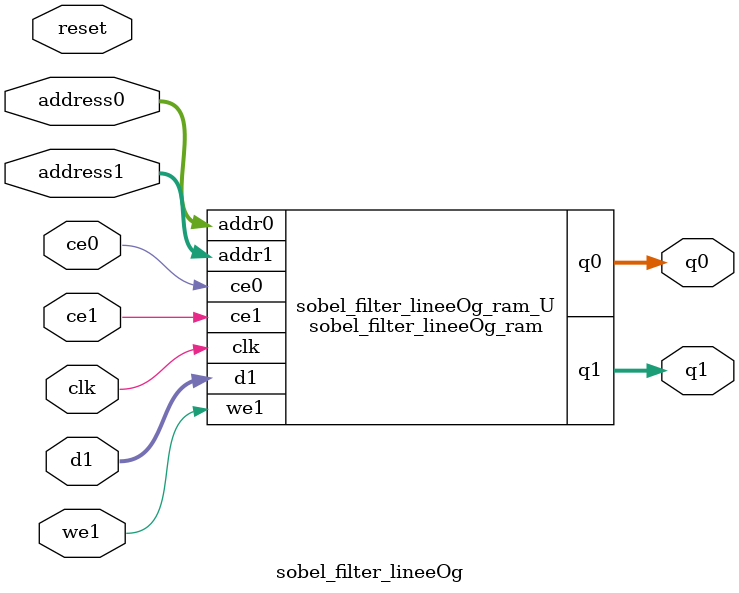
<source format=v>

`timescale 1 ns / 1 ps
module sobel_filter_lineeOg_ram (addr0, ce0, q0, addr1, ce1, d1, we1, q1,  clk);

parameter DWIDTH = 8;
parameter AWIDTH = 11;
parameter MEM_SIZE = 1920;

input[AWIDTH-1:0] addr0;
input ce0;
output reg[DWIDTH-1:0] q0;
input[AWIDTH-1:0] addr1;
input ce1;
input[DWIDTH-1:0] d1;
input we1;
output reg[DWIDTH-1:0] q1;
input clk;

(* ram_style = "block" *)reg [DWIDTH-1:0] ram[0:MEM_SIZE-1];




always @(posedge clk)  
begin 
    if (ce0) 
    begin
            q0 <= ram[addr0];
    end
end


always @(posedge clk)  
begin 
    if (ce1) 
    begin
        if (we1) 
        begin 
            ram[addr1] <= d1; 
            q1 <= d1;
        end 
        else 
            q1 <= ram[addr1];
    end
end


endmodule


`timescale 1 ns / 1 ps
module sobel_filter_lineeOg(
    reset,
    clk,
    address0,
    ce0,
    q0,
    address1,
    ce1,
    we1,
    d1,
    q1);

parameter DataWidth = 32'd8;
parameter AddressRange = 32'd1920;
parameter AddressWidth = 32'd11;
input reset;
input clk;
input[AddressWidth - 1:0] address0;
input ce0;
output[DataWidth - 1:0] q0;
input[AddressWidth - 1:0] address1;
input ce1;
input we1;
input[DataWidth - 1:0] d1;
output[DataWidth - 1:0] q1;



sobel_filter_lineeOg_ram sobel_filter_lineeOg_ram_U(
    .clk( clk ),
    .addr0( address0 ),
    .ce0( ce0 ),
    .q0( q0 ),
    .addr1( address1 ),
    .ce1( ce1 ),
    .d1( d1 ),
    .we1( we1 ),
    .q1( q1 ));

endmodule


</source>
